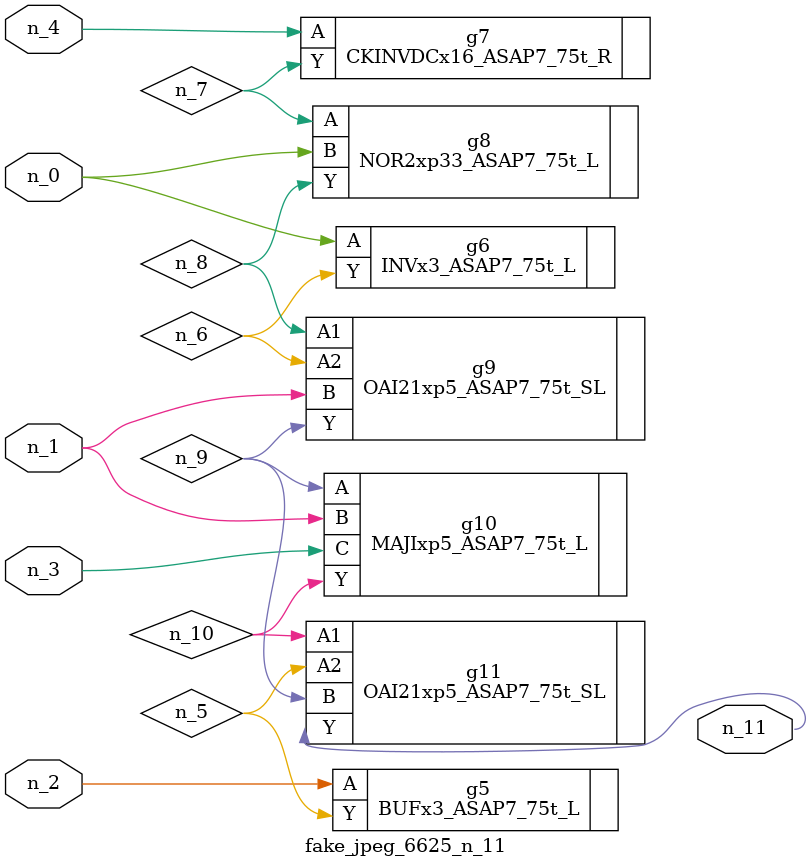
<source format=v>
module fake_jpeg_6625_n_11 (n_3, n_2, n_1, n_0, n_4, n_11);

input n_3;
input n_2;
input n_1;
input n_0;
input n_4;

output n_11;

wire n_10;
wire n_8;
wire n_9;
wire n_6;
wire n_5;
wire n_7;

BUFx3_ASAP7_75t_L g5 ( 
.A(n_2),
.Y(n_5)
);

INVx3_ASAP7_75t_L g6 ( 
.A(n_0),
.Y(n_6)
);

CKINVDCx16_ASAP7_75t_R g7 ( 
.A(n_4),
.Y(n_7)
);

NOR2xp33_ASAP7_75t_L g8 ( 
.A(n_7),
.B(n_0),
.Y(n_8)
);

OAI21xp5_ASAP7_75t_SL g9 ( 
.A1(n_8),
.A2(n_6),
.B(n_1),
.Y(n_9)
);

MAJIxp5_ASAP7_75t_L g10 ( 
.A(n_9),
.B(n_1),
.C(n_3),
.Y(n_10)
);

OAI21xp5_ASAP7_75t_SL g11 ( 
.A1(n_10),
.A2(n_5),
.B(n_9),
.Y(n_11)
);


endmodule
</source>
